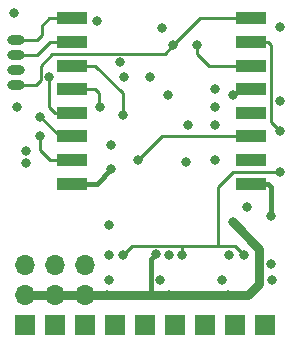
<source format=gbr>
%TF.GenerationSoftware,KiCad,Pcbnew,(6.0.8)*%
%TF.CreationDate,2022-11-21T19:10:26+00:00*%
%TF.ProjectId,m-link-plus,6d2d6c69-6e6b-42d7-906c-75732e6b6963,rev?*%
%TF.SameCoordinates,Original*%
%TF.FileFunction,Copper,L4,Bot*%
%TF.FilePolarity,Positive*%
%FSLAX46Y46*%
G04 Gerber Fmt 4.6, Leading zero omitted, Abs format (unit mm)*
G04 Created by KiCad (PCBNEW (6.0.8)) date 2022-11-21 19:10:26*
%MOMM*%
%LPD*%
G01*
G04 APERTURE LIST*
%TA.AperFunction,ComponentPad*%
%ADD10O,1.700000X1.700000*%
%TD*%
%TA.AperFunction,ComponentPad*%
%ADD11R,1.700000X1.700000*%
%TD*%
%TA.AperFunction,SMDPad,CuDef*%
%ADD12O,1.500000X0.800000*%
%TD*%
%TA.AperFunction,SMDPad,CuDef*%
%ADD13R,2.500000X1.000000*%
%TD*%
%TA.AperFunction,ViaPad*%
%ADD14C,0.800000*%
%TD*%
%TA.AperFunction,Conductor*%
%ADD15C,0.400000*%
%TD*%
%TA.AperFunction,Conductor*%
%ADD16C,0.250000*%
%TD*%
%TA.AperFunction,Conductor*%
%ADD17C,0.800000*%
%TD*%
G04 APERTURE END LIST*
D10*
%TO.P,J3,1,Pin_1*%
%TO.N,/CH1*%
X80905000Y-92114000D03*
%TO.P,J3,2,Pin_2*%
%TO.N,+5V*%
X80905000Y-94654000D03*
D11*
%TO.P,J3,3,Pin_3*%
%TO.N,GND*%
X80905000Y-97194000D03*
D10*
%TO.P,J3,4,Pin_4*%
%TO.N,/CH2*%
X83445000Y-92114000D03*
%TO.P,J3,5,Pin_5*%
%TO.N,+5V*%
X83445000Y-94654000D03*
D11*
%TO.P,J3,6,Pin_6*%
%TO.N,GND*%
X83445000Y-97194000D03*
D10*
%TO.P,J3,7,Pin_7*%
%TO.N,/CH3*%
X85985000Y-92114000D03*
%TO.P,J3,8,Pin_8*%
%TO.N,+5V*%
X85985000Y-94654000D03*
D11*
%TO.P,J3,9,Pin_9*%
%TO.N,GND*%
X85985000Y-97194000D03*
%TO.P,J3,10,Pin_10*%
%TO.N,/M1A*%
X88525000Y-97194000D03*
%TO.P,J3,11,Pin_11*%
%TO.N,/M1B*%
X91065000Y-97194000D03*
%TO.P,J3,12,Pin_12*%
%TO.N,/M2A*%
X93605000Y-97194000D03*
%TO.P,J3,13,Pin_13*%
%TO.N,/M2B*%
X96145000Y-97194000D03*
%TO.P,J3,14,Pin_14*%
%TO.N,/M3A*%
X98685000Y-97194000D03*
%TO.P,J3,15,Pin_15*%
%TO.N,/M3B*%
X101225000Y-97194000D03*
%TD*%
D12*
%TO.P,J4,5,Pin_5*%
%TO.N,/RX*%
X80150000Y-73095000D03*
%TO.P,J4,6,Pin_6*%
%TO.N,/TX*%
X80150000Y-74365000D03*
%TO.P,J4,7,Pin_7*%
%TO.N,unconnected-(J4-Pad7)*%
X80150000Y-75635000D03*
%TO.P,J4,8,Pin_8*%
%TO.N,/RESET*%
X80150000Y-76905000D03*
%TD*%
D13*
%TO.P,U4,1,~{RST}*%
%TO.N,/RESET*%
X100100000Y-71250000D03*
%TO.P,U4,2,ADC*%
%TO.N,/ADC*%
X100100000Y-73250000D03*
%TO.P,U4,3,EN*%
%TO.N,/EN*%
X100100000Y-75250000D03*
%TO.P,U4,4,GPIO16*%
%TO.N,/LED1*%
X100100000Y-77250000D03*
%TO.P,U4,5,GPIO14*%
%TO.N,unconnected-(U4-Pad5)*%
X100100000Y-79250000D03*
%TO.P,U4,6,GPIO12*%
%TO.N,/ENABLE*%
X100100000Y-81250000D03*
%TO.P,U4,7,GPIO13*%
%TO.N,unconnected-(U4-Pad7)*%
X100100000Y-83250000D03*
%TO.P,U4,8,VCC*%
%TO.N,+3V3*%
X100100000Y-85250000D03*
%TO.P,U4,15,GND*%
%TO.N,GND*%
X84900000Y-85250000D03*
%TO.P,U4,16,GPIO15*%
%TO.N,/MTDI*%
X84900000Y-83250000D03*
%TO.P,U4,17,GPIO2*%
%TO.N,/ESP_LED*%
X84900000Y-81250000D03*
%TO.P,U4,18,GPIO0*%
%TO.N,/DTR*%
X84900000Y-79250000D03*
%TO.P,U4,19,GPIO4*%
%TO.N,/SDA*%
X84900000Y-77250000D03*
%TO.P,U4,20,GPIO5*%
%TO.N,/SCL*%
X84900000Y-75250000D03*
%TO.P,U4,21,GPIO3/RXD*%
%TO.N,/TX*%
X84900000Y-73250000D03*
%TO.P,U4,22,GPIO1/TXD*%
%TO.N,/RX*%
X84900000Y-71250000D03*
%TD*%
D14*
%TO.N,GND*%
X94750000Y-80250000D03*
X89000000Y-74974500D03*
X91500000Y-76250000D03*
X99750000Y-87250000D03*
X88250000Y-84000000D03*
X79987701Y-70787701D03*
X81000000Y-82500000D03*
X88000000Y-88750000D03*
X87000000Y-71500000D03*
X97634000Y-93384000D03*
X92366000Y-93384000D03*
X88000000Y-93400000D03*
X88200000Y-82000000D03*
X101800000Y-93400000D03*
X102500000Y-72000000D03*
X94600000Y-83400000D03*
X101762299Y-92012299D03*
X102500000Y-78250000D03*
%TO.N,/DTR*%
X83000000Y-76250000D03*
%TO.N,+5V*%
X98500000Y-88500000D03*
X98096000Y-94654000D03*
X87904000Y-94654000D03*
X93096000Y-94654000D03*
X92000000Y-91225500D03*
%TO.N,/RESET*%
X93500000Y-73500000D03*
%TO.N,/ADC*%
X102500000Y-80750000D03*
%TO.N,/EN*%
X95500000Y-73500000D03*
%TO.N,/MTDI*%
X82200000Y-81200000D03*
%TO.N,/LED1*%
X98500000Y-77750000D03*
%TO.N,+3V3*%
X89325000Y-76175000D03*
X97000000Y-78750000D03*
X92525000Y-72025000D03*
X88000000Y-91250000D03*
X97000000Y-80250000D03*
X97000000Y-77250000D03*
X98160000Y-91250000D03*
X80250000Y-78750000D03*
X101750000Y-88000000D03*
X81000000Y-83500000D03*
X97000000Y-83250000D03*
X93080000Y-91250000D03*
X93000000Y-77750000D03*
%TO.N,/SCL*%
X89200000Y-79400000D03*
%TO.N,/SDA*%
X87250000Y-78750000D03*
%TO.N,/SLEEP*%
X99480500Y-91250000D03*
X94250000Y-91250000D03*
X89250000Y-91250000D03*
X102500000Y-84250000D03*
%TO.N,/ESP_LED*%
X82200000Y-79600000D03*
%TO.N,/ENABLE*%
X90500000Y-83250000D03*
%TD*%
D15*
%TO.N,GND*%
X87000000Y-85250000D02*
X88250000Y-84000000D01*
X84900000Y-85250000D02*
X87000000Y-85250000D01*
D16*
%TO.N,/DTR*%
X83500000Y-79250000D02*
X84900000Y-79250000D01*
X83000000Y-76250000D02*
X83000000Y-78750000D01*
X83000000Y-78750000D02*
X83500000Y-79250000D01*
%TO.N,/RX*%
X82375000Y-71875000D02*
X82375000Y-72625000D01*
X84900000Y-71250000D02*
X83000000Y-71250000D01*
X82375000Y-72625000D02*
X81905000Y-73095000D01*
X81905000Y-73095000D02*
X80150000Y-73095000D01*
X83000000Y-71250000D02*
X82375000Y-71875000D01*
%TO.N,/TX*%
X81935000Y-74365000D02*
X80150000Y-74365000D01*
X83050000Y-73250000D02*
X81935000Y-74365000D01*
X84900000Y-73250000D02*
X83050000Y-73250000D01*
D17*
%TO.N,+5V*%
X90404000Y-94654000D02*
X91654000Y-94654000D01*
X93096000Y-94654000D02*
X98096000Y-94654000D01*
D15*
X91566000Y-94566000D02*
X91654000Y-94654000D01*
D17*
X99846000Y-94654000D02*
X100750000Y-93750000D01*
D15*
X92000000Y-91225500D02*
X91566000Y-91659500D01*
D17*
X85985000Y-94654000D02*
X80905000Y-94654000D01*
X91654000Y-94654000D02*
X93096000Y-94654000D01*
X87904000Y-94654000D02*
X89096000Y-94654000D01*
D15*
X91566000Y-91659500D02*
X91566000Y-94566000D01*
D17*
X100750000Y-93750000D02*
X100750000Y-90750000D01*
X89096000Y-94654000D02*
X90404000Y-94654000D01*
X100750000Y-90750000D02*
X98500000Y-88500000D01*
X98096000Y-94654000D02*
X99846000Y-94654000D01*
X85985000Y-94654000D02*
X87904000Y-94654000D01*
D16*
%TO.N,/RESET*%
X92750000Y-74250000D02*
X83250000Y-74250000D01*
X93500000Y-73500000D02*
X95750000Y-71250000D01*
X95750000Y-71250000D02*
X100100000Y-71250000D01*
X82250000Y-75250000D02*
X82250000Y-76500000D01*
X82250000Y-76500000D02*
X81845000Y-76905000D01*
X80150000Y-76905000D02*
X81845000Y-76905000D01*
X83250000Y-74250000D02*
X82250000Y-75250000D01*
X93500000Y-73500000D02*
X92750000Y-74250000D01*
%TO.N,/ADC*%
X101500000Y-73250000D02*
X100100000Y-73250000D01*
X102500000Y-80750000D02*
X101750000Y-80000000D01*
X101750000Y-80000000D02*
X101750000Y-73500000D01*
X101750000Y-73500000D02*
X101500000Y-73250000D01*
%TO.N,/EN*%
X100100000Y-75250000D02*
X96500000Y-75250000D01*
X95500000Y-73500000D02*
X95500000Y-74250000D01*
X96500000Y-75250000D02*
X95500000Y-74250000D01*
%TO.N,/MTDI*%
X82200000Y-82400000D02*
X83050000Y-83250000D01*
X83050000Y-83250000D02*
X84900000Y-83250000D01*
X82200000Y-81200000D02*
X82200000Y-82400000D01*
%TO.N,/LED1*%
X100100000Y-77250000D02*
X99000000Y-77250000D01*
X99000000Y-77250000D02*
X98500000Y-77750000D01*
D15*
%TO.N,+3V3*%
X101750000Y-85500000D02*
X101500000Y-85250000D01*
X101750000Y-88000000D02*
X101750000Y-85500000D01*
X101500000Y-85250000D02*
X100100000Y-85250000D01*
D16*
%TO.N,/SCL*%
X89200000Y-79400000D02*
X89200000Y-77600000D01*
X89200000Y-77600000D02*
X86850000Y-75250000D01*
X86850000Y-75250000D02*
X84900000Y-75250000D01*
%TO.N,/SDA*%
X84900000Y-77250000D02*
X86850000Y-77250000D01*
X87200000Y-77600000D02*
X87200000Y-78600000D01*
X86850000Y-77250000D02*
X87200000Y-77600000D01*
%TO.N,/SLEEP*%
X94250000Y-90500000D02*
X97000000Y-90500000D01*
X94250000Y-91250000D02*
X94250000Y-90500000D01*
X97000000Y-90500000D02*
X97250000Y-90500000D01*
X90000000Y-90500000D02*
X94250000Y-90500000D01*
X97250000Y-85500000D02*
X97250000Y-90500000D01*
X98500000Y-84250000D02*
X97250000Y-85500000D01*
X89250000Y-91250000D02*
X90000000Y-90500000D01*
X102500000Y-84250000D02*
X98500000Y-84250000D01*
X97250000Y-90500000D02*
X98730500Y-90500000D01*
X98730500Y-90500000D02*
X99480500Y-91250000D01*
%TO.N,/ESP_LED*%
X84900000Y-81250000D02*
X83850000Y-81250000D01*
X83850000Y-81250000D02*
X82200000Y-79600000D01*
%TO.N,/ENABLE*%
X92500000Y-81250000D02*
X90500000Y-83250000D01*
X100100000Y-81250000D02*
X92500000Y-81250000D01*
%TD*%
M02*

</source>
